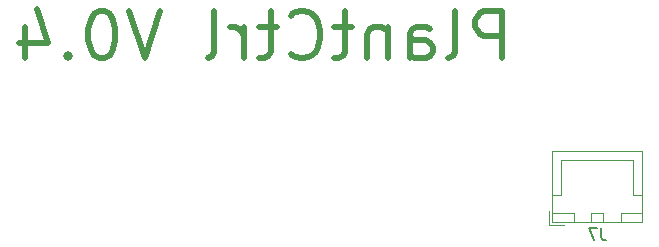
<source format=gbr>
G04 #@! TF.GenerationSoftware,KiCad,Pcbnew,(5.1.5)-3*
G04 #@! TF.CreationDate,2020-11-29T03:44:08+01:00*
G04 #@! TF.ProjectId,PlantCtrlESP32,506c616e-7443-4747-926c-45535033322e,rev?*
G04 #@! TF.SameCoordinates,Original*
G04 #@! TF.FileFunction,Legend,Bot*
G04 #@! TF.FilePolarity,Positive*
%FSLAX46Y46*%
G04 Gerber Fmt 4.6, Leading zero omitted, Abs format (unit mm)*
G04 Created by KiCad (PCBNEW (5.1.5)-3) date 2020-11-29 03:44:08*
%MOMM*%
%LPD*%
G04 APERTURE LIST*
%ADD10C,0.500000*%
%ADD11C,0.120000*%
%ADD12C,0.150000*%
G04 APERTURE END LIST*
D10*
X235779314Y-50323523D02*
X235779314Y-46323523D01*
X234255504Y-46323523D01*
X233874552Y-46514000D01*
X233684076Y-46704476D01*
X233493600Y-47085428D01*
X233493600Y-47656857D01*
X233684076Y-48037809D01*
X233874552Y-48228285D01*
X234255504Y-48418761D01*
X235779314Y-48418761D01*
X231207885Y-50323523D02*
X231588838Y-50133047D01*
X231779314Y-49752095D01*
X231779314Y-46323523D01*
X227969790Y-50323523D02*
X227969790Y-48228285D01*
X228160266Y-47847333D01*
X228541219Y-47656857D01*
X229303123Y-47656857D01*
X229684076Y-47847333D01*
X227969790Y-50133047D02*
X228350742Y-50323523D01*
X229303123Y-50323523D01*
X229684076Y-50133047D01*
X229874552Y-49752095D01*
X229874552Y-49371142D01*
X229684076Y-48990190D01*
X229303123Y-48799714D01*
X228350742Y-48799714D01*
X227969790Y-48609238D01*
X226065028Y-47656857D02*
X226065028Y-50323523D01*
X226065028Y-48037809D02*
X225874552Y-47847333D01*
X225493600Y-47656857D01*
X224922171Y-47656857D01*
X224541219Y-47847333D01*
X224350742Y-48228285D01*
X224350742Y-50323523D01*
X223017409Y-47656857D02*
X221493600Y-47656857D01*
X222445980Y-46323523D02*
X222445980Y-49752095D01*
X222255504Y-50133047D01*
X221874552Y-50323523D01*
X221493600Y-50323523D01*
X217874552Y-49942571D02*
X218065028Y-50133047D01*
X218636457Y-50323523D01*
X219017409Y-50323523D01*
X219588838Y-50133047D01*
X219969790Y-49752095D01*
X220160266Y-49371142D01*
X220350742Y-48609238D01*
X220350742Y-48037809D01*
X220160266Y-47275904D01*
X219969790Y-46894952D01*
X219588838Y-46514000D01*
X219017409Y-46323523D01*
X218636457Y-46323523D01*
X218065028Y-46514000D01*
X217874552Y-46704476D01*
X216731695Y-47656857D02*
X215207885Y-47656857D01*
X216160266Y-46323523D02*
X216160266Y-49752095D01*
X215969790Y-50133047D01*
X215588838Y-50323523D01*
X215207885Y-50323523D01*
X213874552Y-50323523D02*
X213874552Y-47656857D01*
X213874552Y-48418761D02*
X213684076Y-48037809D01*
X213493600Y-47847333D01*
X213112647Y-47656857D01*
X212731695Y-47656857D01*
X210826933Y-50323523D02*
X211207885Y-50133047D01*
X211398361Y-49752095D01*
X211398361Y-46323523D01*
X206826933Y-46323523D02*
X205493600Y-50323523D01*
X204160266Y-46323523D01*
X202065028Y-46323523D02*
X201684076Y-46323523D01*
X201303123Y-46514000D01*
X201112647Y-46704476D01*
X200922171Y-47085428D01*
X200731695Y-47847333D01*
X200731695Y-48799714D01*
X200922171Y-49561619D01*
X201112647Y-49942571D01*
X201303123Y-50133047D01*
X201684076Y-50323523D01*
X202065028Y-50323523D01*
X202445980Y-50133047D01*
X202636457Y-49942571D01*
X202826933Y-49561619D01*
X203017409Y-48799714D01*
X203017409Y-47847333D01*
X202826933Y-47085428D01*
X202636457Y-46704476D01*
X202445980Y-46514000D01*
X202065028Y-46323523D01*
X199017409Y-49942571D02*
X198826933Y-50133047D01*
X199017409Y-50323523D01*
X199207885Y-50133047D01*
X199017409Y-49942571D01*
X199017409Y-50323523D01*
X195398361Y-47656857D02*
X195398361Y-50323523D01*
X196350742Y-46133047D02*
X197303123Y-48990190D01*
X194826933Y-48990190D01*
D11*
X239720000Y-64472000D02*
X239720000Y-63222000D01*
X240970000Y-64472000D02*
X239720000Y-64472000D01*
X246870000Y-58972000D02*
X243820000Y-58972000D01*
X246870000Y-61922000D02*
X246870000Y-58972000D01*
X247620000Y-61922000D02*
X246870000Y-61922000D01*
X240770000Y-58972000D02*
X243820000Y-58972000D01*
X240770000Y-61922000D02*
X240770000Y-58972000D01*
X240020000Y-61922000D02*
X240770000Y-61922000D01*
X247620000Y-64172000D02*
X245820000Y-64172000D01*
X247620000Y-63422000D02*
X247620000Y-64172000D01*
X245820000Y-63422000D02*
X247620000Y-63422000D01*
X245820000Y-64172000D02*
X245820000Y-63422000D01*
X241820000Y-64172000D02*
X240020000Y-64172000D01*
X241820000Y-63422000D02*
X241820000Y-64172000D01*
X240020000Y-63422000D02*
X241820000Y-63422000D01*
X240020000Y-64172000D02*
X240020000Y-63422000D01*
X244320000Y-64172000D02*
X243320000Y-64172000D01*
X244320000Y-63422000D02*
X244320000Y-64172000D01*
X243320000Y-63422000D02*
X244320000Y-63422000D01*
X243320000Y-64172000D02*
X243320000Y-63422000D01*
X247630000Y-64182000D02*
X240010000Y-64182000D01*
X247630000Y-58212000D02*
X247630000Y-64182000D01*
X240010000Y-58212000D02*
X247630000Y-58212000D01*
X240010000Y-64182000D02*
X240010000Y-58212000D01*
D12*
X244153333Y-64724380D02*
X244153333Y-65438666D01*
X244200952Y-65581523D01*
X244296190Y-65676761D01*
X244439047Y-65724380D01*
X244534285Y-65724380D01*
X243772380Y-64724380D02*
X243105714Y-64724380D01*
X243534285Y-65724380D01*
M02*

</source>
